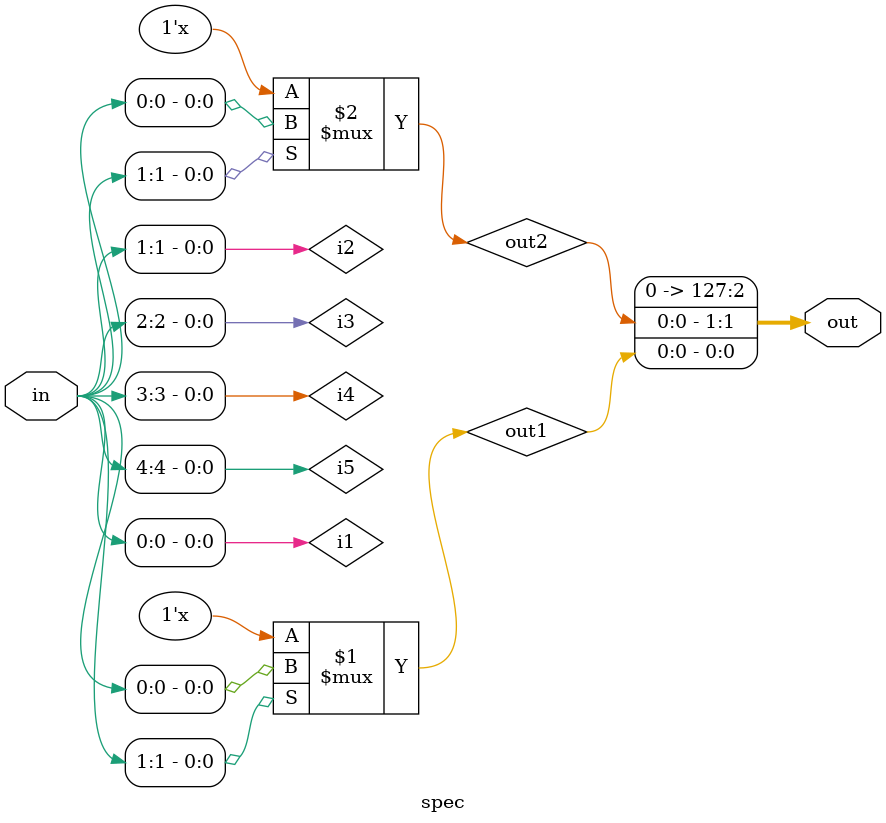
<source format=sv>

module spec (input logic [127:0] in,
	     output wire [127:0] out);

  wire i5, i4, i3, i2, i1;

  assign {i5, i4, i3, i2, i1} = in;

  wire out1, out2, out3, out4, out5, out6;

  bufif1(out1, i1, i2);
  bufif1 mybufif1(out2, i1, i2);

  assign out = { out2, out1 };

endmodule // spec

</source>
